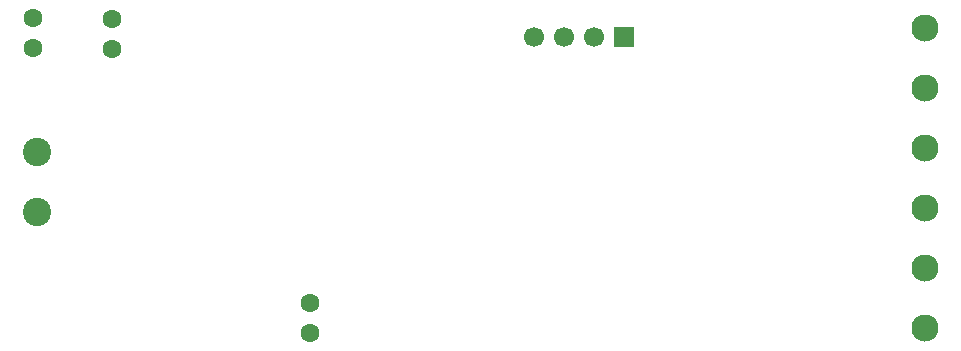
<source format=gbr>
%TF.GenerationSoftware,Altium Limited,Altium Designer,22.5.1 (42)*%
G04 Layer_Color=255*
%FSLAX45Y45*%
%MOMM*%
%TF.SameCoordinates,F63A7803-94E7-494B-9888-F8709FA5C5B4*%
%TF.FilePolarity,Positive*%
%TF.FileFunction,Pads,Bot*%
%TF.Part,Single*%
G01*
G75*
%TA.AperFunction,ComponentPad*%
%ADD33R,1.70000X1.70000*%
%ADD34C,1.70000*%
%ADD35C,2.40000*%
%ADD36C,1.60000*%
%ADD37C,2.30000*%
D33*
X5473801Y2779001D02*
D03*
D34*
X5219801D02*
D03*
X4965801D02*
D03*
X4711801D02*
D03*
D35*
X508101Y1293101D02*
D03*
Y1801101D02*
D03*
D36*
X2818401Y270201D02*
D03*
Y524201D02*
D03*
X1142240Y2926400D02*
D03*
X1142241Y2672400D02*
D03*
X469940Y2938401D02*
D03*
X469941Y2684400D02*
D03*
D37*
X8026501Y315201D02*
D03*
Y823201D02*
D03*
Y1331201D02*
D03*
Y1839201D02*
D03*
Y2347201D02*
D03*
Y2855201D02*
D03*
%TF.MD5,f495cdc7c2a0d9dd8a5b6ae5ba242e03*%
M02*

</source>
